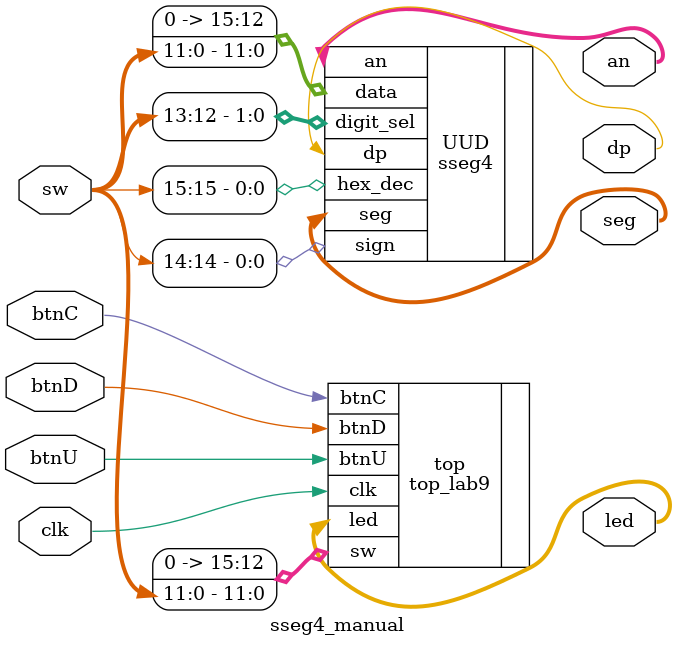
<source format=sv>
`timescale 1ns / 1ps


module sseg4_manual( 
    input [15:0] sw,
    output [6:0] seg,
    
    output [15:0] led,
    
    input clk,
    input btnC,
    input btnU,
    input btnD,
    
    
    output [3:0] an,
    output dp
    );
    
    sseg4 UUD(
        .data({4'b0000,sw[11:0]}),
        .hex_dec(sw[15]),
        .sign(sw[14]),
        .digit_sel(sw[13:12]),
        .seg(seg),
        .an(an),
        .dp(dp)
    );
    
    
    top_lab9 top(
        .sw({4'b0000,sw[11:0]}),
        .clk(clk),
        .btnC(btnC),
        .btnU(btnU),
        .btnD(btnD),
        .led(led)
    );
endmodule
</source>
